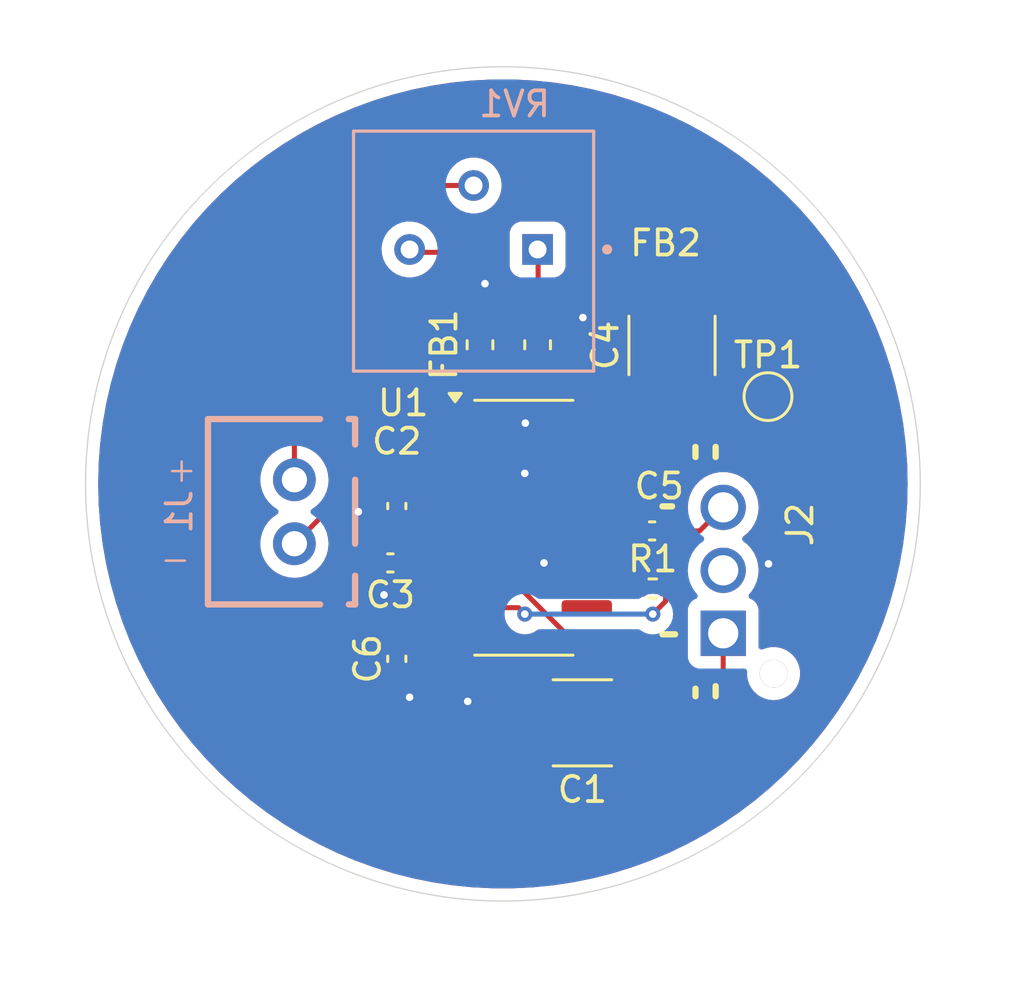
<source format=kicad_pcb>
(kicad_pcb (version 20240108) (generator "pcbnew") (generator_version "8.0")
  (layers (0 "F.Cu" signal) (31 "B.Cu" signal) (34 "B.Paste" user) (35 "F.Paste" user) (36 "B.SilkS" user "B.Silkscreen") (37 "F.SilkS" user "F.Silkscreen") (38 "B.Mask" user) (39 "F.Mask" user) (44 "Edge.Cuts" user))
  (net 0 "")
  (net 1 "GND")
  (net 2 "+5V")
  (net 3 "Net-(U1-INL)")
  (net 4 "/inR")
  (net 5 "Net-(U1-VREF)")
  (net 6 "Net-(J1-Pin_1)")
  (net 7 "Net-(FB2-Pad1)")
  (net 8 "Net-(J1-Pin_2)")
  (net 12 "Net-(U1--OUT_L)")
  (net 13 "Net-(U1-+OUT_L)")
  (footprint "Inductor_SMD:L_0603_1608Metric" (layer "F.Cu") (at 136.144 66.2685 -90)
    (property "Reference" "FB2" (at -4.0385 -5.08 180) (layer "F.SilkS"))
    (property "Value" "FerriteBead")
    (fp_line (start -0.162779 0.51) (end 0.162779 0.51) (stroke (width 0.12)) (layer "F.SilkS"))
    (fp_line (start -0.162779 -0.51) (end 0.162779 -0.51) (stroke (width 0.12)) (layer "F.SilkS"))
    (pad "1" smd roundrect (at -0.7875 0 270) (size 0.875 0.95) (layers "F.Cu" "F.Paste" "F.Mask") (net 7 "Net-(FB2-Pad1)"))
    (pad "2" smd roundrect (at 0.7875 0 270) (size 0.875 0.95) (layers "F.Cu" "F.Paste" "F.Mask") (net 13 "Net-(U1-+OUT_L)"))
  )
  (footprint "easyeda2kicad:CONN-TH_3P-P2.50_B3B-XH-AM-LF-SN" (layer "F.Cu") (at 143.51 75.224 90)
    (property "Reference" "J2" (at 1.818 3.048 90) (layer "F.SilkS"))
    (property "Value" "Conn_01x03_Socket")
    (fp_line (start 2.54 -2.03) (end 2.54 -2.41) (stroke (width 0.25)) (layer "F.SilkS"))
    (fp_line (start -2.54 -1.91) (end -2.54 -2.41) (stroke (width 0.25)) (layer "F.SilkS"))
    (fp_line (start 4.5 -1.1) (end 4.9 -1.1) (stroke (width 0.25)) (layer "F.SilkS"))
    (fp_line (start -5 -1.1) (end -4.7 -1.1) (stroke (width 0.25)) (layer "F.SilkS"))
    (fp_line (start 4.5 -0.3) (end 4.9 -0.3) (stroke (width 0.25)) (layer "F.SilkS"))
    (fp_line (start -5 -0.3) (end -4.6 -0.3) (stroke (width 0.25)) (layer "F.SilkS"))
    (pad "" thru_hole circle (at -4.1 2 90) (size 1.1 1.1) (drill 1.1) (layers "*.Cu" "*.Mask"))
    (pad "1" thru_hole rect (at -2.5 0 270) (size 1.8 1.8) (drill 1.199998) (layers "*.Cu" "*.Mask") (net 2 "+5V"))
    (pad "2" thru_hole circle (at 0 0 270) (size 1.8 1.8) (drill 1.199998) (layers "*.Cu" "*.Mask") (net 1 "GND"))
    (pad "3" thru_hole circle (at 2.5 0 270) (size 1.8 1.8) (drill 1.199998) (layers "*.Cu" "*.Mask") (net 4 "/inR"))
  )
  (footprint "Capacitor_SMD:C_1812_4532Metric" (layer "F.Cu") (at 141.478 66.294 90)
    (property "Reference" "C4" (at 0 -2.65 90) (layer "F.SilkS"))
    (property "Value" "20uF")
    (fp_line (start -1.161252 -1.71) (end 1.161252 -1.71) (stroke (width 0.12)) (layer "F.SilkS"))
    (fp_line (start -1.161252 1.71) (end 1.161252 1.71) (stroke (width 0.12)) (layer "F.SilkS"))
    (pad "1" smd roundrect (at -2.05 0 90) (size 1.4 3.4) (layers "F.Cu" "F.Paste" "F.Mask") (roundrect_rratio 0.178571) (net 2 "+5V"))
    (pad "2" smd roundrect (at 2.05 0 90) (size 1.4 3.4) (layers "F.Cu" "F.Paste" "F.Mask") (roundrect_rratio 0.178571) (net 1 "GND"))
  )
  (footprint "Capacitor_SMD:C_1812_4532Metric" (layer "F.Cu") (at 137.922 81.28 180)
    (property "Reference" "C1" (at 0 -2.65 360) (layer "F.SilkS"))
    (property "Value" "20uF")
    (fp_line (start -1.161252 1.71) (end 1.161252 1.71) (stroke (width 0.12)) (layer "F.SilkS"))
    (fp_line (start -1.161252 -1.71) (end 1.161252 -1.71) (stroke (width 0.12)) (layer "F.SilkS"))
    (pad "1" smd roundrect (at -2.05 0 180) (size 1.4 3.4) (layers "F.Cu" "F.Paste" "F.Mask") (roundrect_rratio 0.178571) (net 2 "+5V"))
    (pad "2" smd roundrect (at 2.05 0 180) (size 1.4 3.4) (layers "F.Cu" "F.Paste" "F.Mask") (roundrect_rratio 0.178571) (net 1 "GND"))
  )
  (footprint "Package_SO:SOP-16_3.9x9.9mm_P1.27mm" (layer "F.Cu") (at 135.596 73.533)
    (property "Reference" "U1" (at -4.786 -4.953 0) (layer "F.SilkS"))
    (property "Value" "PAM8406D")
    (fp_line (start 0 -5.06) (end -1.95 -5.06) (stroke (width 0.12)) (layer "F.SilkS"))
    (fp_line (start 0 -5.06) (end 1.95 -5.06) (stroke (width 0.12)) (layer "F.SilkS"))
    (fp_line (start 0 5.06) (end -1.95 5.06) (stroke (width 0.12)) (layer "F.SilkS"))
    (fp_line (start 0 5.06) (end 1.95 5.06) (stroke (width 0.12)) (layer "F.SilkS"))
    (fp_poly (pts (xy -2.725 -5.005) (xy -2.965 -5.335) (xy -2.485 -5.335) (xy -2.725 -5.005)) (stroke (width 0.12)) (fill solid) (layer "F.SilkS"))
    (pad "1" smd roundrect (at -2.5 -4.445) (size 2 0.6) (layers "F.Cu" "F.Paste" "F.Mask") (net 13 "Net-(U1-+OUT_L)"))
    (pad "2" smd roundrect (at -2.5 -3.175) (size 2 0.6) (layers "F.Cu" "F.Paste" "F.Mask") (net 1 "GND"))
    (pad "3" smd roundrect (at -2.5 -1.905) (size 2 0.6) (layers "F.Cu" "F.Paste" "F.Mask") (net 12 "Net-(U1--OUT_L)"))
    (pad "4" smd roundrect (at -2.5 -0.635) (size 2 0.6) (layers "F.Cu" "F.Paste" "F.Mask") (net 2 "+5V"))
    (pad "5" smd roundrect (at -2.5 0.635) (size 2 0.6) (layers "F.Cu" "F.Paste" "F.Mask"))
    (pad "6" smd roundrect (at -2.5 1.905) (size 2 0.6) (layers "F.Cu" "F.Paste" "F.Mask") (net 2 "+5V"))
    (pad "7" smd roundrect (at -2.5 3.175) (size 2 0.6) (layers "F.Cu" "F.Paste" "F.Mask") (net 3 "Net-(U1-INL)"))
    (pad "8" smd roundrect (at -2.5 4.445) (size 2 0.6) (layers "F.Cu" "F.Paste" "F.Mask") (net 5 "Net-(U1-VREF)"))
    (pad "9" smd roundrect (at 2.5 4.445) (size 2 0.6) (layers "F.Cu" "F.Paste" "F.Mask") (net 2 "+5V"))
    (pad "10" smd roundrect (at 2.5 3.175) (size 2 0.6) (layers "F.Cu" "F.Paste" "F.Mask"))
    (pad "11" smd roundrect (at 2.5 1.905) (size 2 0.6) (layers "F.Cu" "F.Paste" "F.Mask") (net 1 "GND"))
    (pad "12" smd roundrect (at 2.5 0.635) (size 2 0.6) (layers "F.Cu" "F.Paste" "F.Mask"))
    (pad "13" smd roundrect (at 2.5 -0.635) (size 2 0.6) (layers "F.Cu" "F.Paste" "F.Mask") (net 2 "+5V"))
    (pad "14" smd roundrect (at 2.5 -1.905) (size 2 0.6) (layers "F.Cu" "F.Paste" "F.Mask"))
    (pad "15" smd roundrect (at 2.5 -3.175) (size 2 0.6) (layers "F.Cu" "F.Paste" "F.Mask") (net 1 "GND"))
    (pad "16" smd roundrect (at 2.5 -4.445) (size 2 0.6) (layers "F.Cu" "F.Paste" "F.Mask"))
  )
  (footprint "Resistor_SMD:R_0402_1005Metric" (layer "F.Cu") (at 140.714 75.946)
    (property "Reference" "R1" (at 0 -1.17 0) (layer "F.SilkS"))
    (property "Value" "10k")
    (fp_line (start -0.153641 -0.38) (end 0.153641 -0.38) (stroke (width 0.12)) (layer "F.SilkS"))
    (fp_line (start -0.153641 0.38) (end 0.153641 0.38) (stroke (width 0.12)) (layer "F.SilkS"))
    (pad "1" smd roundrect (at -0.51 0) (size 0.54 0.64) (layers "F.Cu" "F.Paste" "F.Mask") (net 1 "GND"))
    (pad "2" smd roundrect (at 0.51 0) (size 0.54 0.64) (layers "F.Cu" "F.Paste" "F.Mask") (net 3 "Net-(U1-INL)"))
  )
  (footprint "TestPoint:TestPoint_Pad_D1.5mm" (layer "F.Cu") (at 145.288 68.326)
    (property "Reference" "TP1" (at 0 -1.648 0) (layer "F.SilkS"))
    (property "Value" "TestPoint")
    (fp_circle (center 0 0) (end 0 0.95) (stroke (width 0.12)) (fill none) (layer "F.SilkS"))
    (pad "1" smd circle (at 0 0) (size 1.5 1.5) (layers "F.Cu" "F.Mask") (net 2 "+5V"))
  )
  (footprint "Capacitor_SMD:C_0402_1005Metric" (layer "F.Cu") (at 130.302 74.93)
    (property "Reference" "C3" (at 0 1.27 180) (layer "F.SilkS"))
    (property "Value" "1uF")
    (fp_line (start -0.107836 -0.36) (end 0.107836 -0.36) (stroke (width 0.12)) (layer "F.SilkS"))
    (fp_line (start -0.107836 0.36) (end 0.107836 0.36) (stroke (width 0.12)) (layer "F.SilkS"))
    (pad "1" smd roundrect (at -0.48 0) (size 0.56 0.62) (layers "F.Cu" "F.Paste" "F.Mask") (net 1 "GND"))
    (pad "2" smd roundrect (at 0.48 0) (size 0.56 0.62) (layers "F.Cu" "F.Paste" "F.Mask") (net 2 "+5V"))
  )
  (footprint "Capacitor_SMD:C_0402_1005Metric" (layer "F.Cu") (at 140.688 73.66)
    (property "Reference" "C5" (at 0.282 -1.778 0) (layer "F.SilkS"))
    (property "Value" "0.1uF")
    (fp_line (start -0.107836 -0.36) (end 0.107836 -0.36) (stroke (width 0.12)) (layer "F.SilkS"))
    (fp_line (start -0.107836 0.36) (end 0.107836 0.36) (stroke (width 0.12)) (layer "F.SilkS"))
    (pad "1" smd roundrect (at -0.48 0) (size 0.56 0.62) (layers "F.Cu" "F.Paste" "F.Mask") (net 3 "Net-(U1-INL)"))
    (pad "2" smd roundrect (at 0.48 0) (size 0.56 0.62) (layers "F.Cu" "F.Paste" "F.Mask") (net 4 "/inR"))
  )
  (footprint "Capacitor_SMD:C_0402_1005Metric" (layer "F.Cu") (at 130.556 72.672 -90)
    (property "Reference" "C2" (at -2.568 0 180) (layer "F.SilkS"))
    (property "Value" "1uF")
    (fp_line (start -0.107836 0.36) (end 0.107836 0.36) (stroke (width 0.12)) (layer "F.SilkS"))
    (fp_line (start -0.107836 -0.36) (end 0.107836 -0.36) (stroke (width 0.12)) (layer "F.SilkS"))
    (pad "1" smd roundrect (at -0.48 0 270) (size 0.56 0.62) (layers "F.Cu" "F.Paste" "F.Mask") (net 1 "GND"))
    (pad "2" smd roundrect (at 0.48 0 270) (size 0.56 0.62) (layers "F.Cu" "F.Paste" "F.Mask") (net 2 "+5V"))
  )
  (footprint "Capacitor_SMD:C_0402_1005Metric" (layer "F.Cu") (at 130.556 78.74 90)
    (property "Reference" "C6" (at 0 -1.16 90) (layer "F.SilkS"))
    (property "Value" "1uF")
    (fp_line (start -0.107836 -0.36) (end 0.107836 -0.36) (stroke (width 0.12)) (layer "F.SilkS"))
    (fp_line (start -0.107836 0.36) (end 0.107836 0.36) (stroke (width 0.12)) (layer "F.SilkS"))
    (pad "1" smd roundrect (at -0.48 0 90) (size 0.56 0.62) (layers "F.Cu" "F.Paste" "F.Mask") (net 1 "GND"))
    (pad "2" smd roundrect (at 0.48 0 90) (size 0.56 0.62) (layers "F.Cu" "F.Paste" "F.Mask") (net 5 "Net-(U1-VREF)"))
  )
  (footprint "Inductor_SMD:L_0603_1608Metric" (layer "F.Cu") (at 133.858 66.2685 90)
    (property "Reference" "FB1" (at 0 -1.43 90) (layer "F.SilkS"))
    (property "Value" "FerriteBead")
    (fp_line (start -0.162779 -0.51) (end 0.162779 -0.51) (stroke (width 0.12)) (layer "F.SilkS"))
    (fp_line (start -0.162779 0.51) (end 0.162779 0.51) (stroke (width 0.12)) (layer "F.SilkS"))
    (pad "1" smd roundrect (at -0.7875 0 90) (size 0.875 0.95) (layers "F.Cu" "F.Paste" "F.Mask") (net 12 "Net-(U1--OUT_L)"))
    (pad "2" smd roundrect (at 0.7875 0 90) (size 0.875 0.95) (layers "F.Cu" "F.Paste" "F.Mask") (net 6 "Net-(J1-Pin_1)"))
  )
  (footprint "3310P_025_103L:POT_3310P-025-103L" (layer "B.Cu") (at 133.604 62.484 180)
    (property "Reference" "RV1" (at -1.625 5.775 0) (layer "B.SilkS") (effects (justify mirror)))
    (property "Value" "10k")
    (fp_line (start 4.765 4.7) (end -4.765 4.7) (stroke (width 0.127)) (layer "B.SilkS"))
    (fp_line (start 4.765 -4.83) (end 4.765 4.7) (stroke (width 0.127)) (layer "B.SilkS"))
    (fp_line (start -4.765 4.7) (end -4.765 -4.83) (stroke (width 0.127)) (layer "B.SilkS"))
    (fp_line (start -4.765 -4.83) (end 4.765 -4.83) (stroke (width 0.127)) (layer "B.SilkS"))
    (fp_circle (center -5.3 0) (end -5.2 0) (stroke (width 0.2)) (fill none) (layer "B.SilkS"))
    (pad "1" thru_hole rect (at -2.54 0 180) (size 1.218 1.218) (drill 0.71) (layers "*.Cu" "*.Mask") (net 7 "Net-(FB2-Pad1)"))
    (pad "2" thru_hole circle (at 0 2.54 180) (size 1.218 1.218) (drill 0.71) (layers "*.Cu" "*.Mask") (net 8 "Net-(J1-Pin_2)"))
    (pad "3" thru_hole circle (at 2.54 0 180) (size 1.218 1.218) (drill 0.71) (layers "*.Cu" "*.Mask") (net 1 "GND"))
  )
  (footprint "easyeda2kicad:CONN-TH_B2B-XH-A-LF-SN" (layer "B.Cu") (at 126.492 72.898 -90)
    (property "Reference" "J1" (at 0 4.572 90) (layer "B.SilkS") (effects (justify mirror)))
    (property "Value" "Conn_01x02_Socket")
    (fp_line (start -3.68 3.43) (end -3.68 -1.02) (stroke (width 0.25)) (layer "B.SilkS"))
    (fp_line (start 3.68 3.43) (end -3.68 3.43) (stroke (width 0.25)) (layer "B.SilkS"))
    (fp_line (start 3.68 -1.02) (end 3.68 3.43) (stroke (width 0.25)) (layer "B.SilkS"))
    (fp_line (start -3.68 -2.16) (end -3.68 -2.41) (stroke (width 0.25)) (layer "B.SilkS"))
    (fp_line (start 3.68 -2.16) (end 3.68 -2.41) (stroke (width 0.25)) (layer "B.SilkS"))
    (fp_line (start -2.67 -2.41) (end -3.68 -2.41) (stroke (width 0.25)) (layer "B.SilkS"))
    (fp_line (start 1.27 -2.41) (end -1.27 -2.41) (stroke (width 0.25)) (layer "B.SilkS"))
    (fp_line (start 2.54 -2.41) (end 3.68 -2.41) (stroke (width 0.25)) (layer "B.SilkS"))
    (pad "1" thru_hole circle (at 1.27 0 90) (size 1.7 1.7) (drill 0.999998) (layers "*.Cu" "*.Mask") (net 6 "Net-(J1-Pin_1)"))
    (pad "2" thru_hole circle (at -1.27 0 90) (size 1.7 1.7) (drill 0.999998) (layers "*.Cu" "*.Mask") (net 8 "Net-(J1-Pin_2)"))
  )
  (gr_circle (center 134.7675 71.792) (end 134.4373 55.2312) (stroke (width 0.05)) (fill none) (layer "Edge.Cuts"))
  (gr_text "-" (at 122.4485 75.348 0) (layer "B.SilkS") (effects (font (size 1 1) (thickness 0.1)) (justify left bottom mirror)))
  (gr_text "+\n" (at 122.7025 71.792 0) (layer "B.SilkS") (effects (font (size 1 1) (thickness 0.1)) (justify left bottom mirror)))
  (segment (start 136.906 75.438) (end 136.398 74.93) (width 0.2) (layer "F.Cu") (net 1))
  (segment (start 130.556 79.756) (end 131.064 80.264) (width 0.2) (layer "F.Cu") (net 1))
  (segment (start 138.096 75.438) (end 139.696 75.438) (width 0.2) (layer "F.Cu") (net 1))
  (segment (start 130.556 72.192) (end 129.738 72.192) (width 0.2) (layer "F.Cu") (net 1))
  (segment (start 130.556 79.22) (end 130.556 79.756) (width 0.2) (layer "F.Cu") (net 1))
  (segment (start 137.668 70.358) (end 136.6355 70.358) (width 0.2) (layer "F.Cu") (net 1))
  (segment (start 136.6355 70.358) (end 135.6565 69.379) (width 0.2) (layer "F.Cu") (net 1))
  (segment (start 131.0591 62.5972) (end 132.8117 62.5972) (width 0.2) (layer "F.Cu") (net 1))
  (segment (start 137.9425 65.188) (end 138.8865 64.244) (width 0.2) (layer "F.Cu") (net 1))
  (segment (start 129.822 74.93) (end 129.822 75.974) (width 0.2) (layer "F.Cu") (net 1))
  (segment (start 129.738 72.192) (end 129.032 72.898) (width 0.2) (layer "F.Cu") (net 1))
  (segment (start 129.822 75.974) (end 130.048 76.2) (width 0.2) (layer "F.Cu") (net 1))
  (segment (start 133.096 70.358) (end 134.62 70.358) (width 0.2) (layer "F.Cu") (net 1))
  (segment (start 134.0055 81.063) (end 133.3705 80.428) (width 0.2) (layer "F.Cu") (net 1))
  (segment (start 138.096 75.438) (end 136.906 75.438) (width 0.2) (layer "F.Cu") (net 1))
  (segment (start 135.8925 81.063) (end 134.0055 81.063) (width 0.2) (layer "F.Cu") (net 1))
  (segment (start 132.8117 62.5972) (end 134.0563 63.8418) (width 0.2) (layer "F.Cu") (net 1))
  (segment (start 134.62 70.358) (end 135.636 71.374) (width 0.2) (layer "F.Cu") (net 1))
  (segment (start 138.8865 64.244) (end 141.478 64.244) (width 0.2) (layer "F.Cu") (net 1))
  (segment (start 139.696 75.438) (end 140.204 75.946) (width 0.2) (layer "F.Cu") (net 1))
  (via (at 134.0563 63.8418) (size 0.6) (drill 0.3) (layers "F.Cu" "B.Cu") (net 1))
  (via (at 145.3085 74.967) (size 0.6) (drill 0.3) (layers "F.Cu" "B.Cu") (net 1))
  (via (at 135.6565 69.379) (size 0.6) (drill 0.3) (layers "F.Cu" "B.Cu") (net 1))
  (via (at 131.064 80.264) (size 0.6) (drill 0.3) (layers "F.Cu" "B.Cu") (net 1))
  (via (at 135.636 71.374) (size 0.6) (drill 0.3) (layers "F.Cu" "B.Cu") (net 1))
  (via (at 133.3705 80.428) (size 0.6) (drill 0.3) (layers "F.Cu" "B.Cu") (net 1))
  (via (at 130.048 76.2) (size 0.6) (drill 0.3) (layers "F.Cu" "B.Cu") (net 1))
  (via (at 129.032 72.898) (size 0.6) (drill 0.3) (layers "F.Cu" "B.Cu") (net 1))
  (via (at 137.9425 65.188) (size 0.6) (drill 0.3) (layers "F.Cu" "B.Cu") (net 1))
  (via (at 136.398 74.93) (size 0.6) (drill 0.3) (layers "F.Cu" "B.Cu") (net 1))
  (segment (start 130.556 73.152) (end 130.556 74.704) (width 0.2) (layer "F.Cu") (net 2))
  (segment (start 133.096 75.438) (end 131.29 75.438) (width 0.2) (layer "F.Cu") (net 2))
  (segment (start 139.972 81.28) (end 142.24 81.28) (width 0.2) (layer "F.Cu") (net 2))
  (segment (start 134.960529 75.438) (end 133.096 75.438) (width 0.2) (layer "F.Cu") (net 2))
  (segment (start 138.43 78.312) (end 138.43 81.026) (width 0.2) (layer "F.Cu") (net 2))
  (segment (start 138.096 72.898) (end 133.096 72.898) (width 0.2) (layer "F.Cu") (net 2))
  (segment (start 138.684 81.28) (end 139.972 81.28) (width 0.2) (layer "F.Cu") (net 2))
  (segment (start 141.478 70.515999) (end 141.478 68.344) (width 0.2) (layer "F.Cu") (net 2))
  (segment (start 130.81 72.898) (end 130.556 73.152) (width 0.2) (layer "F.Cu") (net 2))
  (segment (start 131.29 75.438) (end 130.782 74.93) (width 0.2) (layer "F.Cu") (net 2))
  (segment (start 137.500529 77.978) (end 134.960529 75.438) (width 0.2) (layer "F.Cu") (net 2))
  (segment (start 145.27 68.344) (end 145.288 68.326) (width 0.2) (layer "F.Cu") (net 2))
  (segment (start 138.43 81.026) (end 138.684 81.28) (width 0.2) (layer "F.Cu") (net 2))
  (segment (start 133.096 72.898) (end 130.81 72.898) (width 0.2) (layer "F.Cu") (net 2))
  (segment (start 130.556 74.704) (end 130.782 74.93) (width 0.2) (layer "F.Cu") (net 2))
  (segment (start 142.24 81.28) (end 143.51 80.01) (width 0.2) (layer "F.Cu") (net 2))
  (segment (start 138.096 72.898) (end 139.095999 72.898) (width 0.2) (layer "F.Cu") (net 2))
  (segment (start 139.095999 72.898) (end 141.478 70.515999) (width 0.2) (layer "F.Cu") (net 2))
  (segment (start 138.096 77.978) (end 137.500529 77.978) (width 0.2) (layer "F.Cu") (net 2))
  (segment (start 143.51 80.01) (end 143.51 77.724) (width 0.2) (layer "F.Cu") (net 2))
  (segment (start 141.478 68.344) (end 145.27 68.344) (width 0.2) (layer "F.Cu") (net 2))
  (segment (start 138.096 77.978) (end 138.43 78.312) (width 0.2) (layer "F.Cu") (net 2))
  (segment (start 140.208 73.66) (end 140.208 73.914) (width 0.2) (layer "F.Cu") (net 3))
  (segment (start 135.382 76.708) (end 135.636 76.962) (width 0.2) (layer "F.Cu") (net 3))
  (segment (start 141.224 76.454) (end 140.716 76.962) (width 0.2) (layer "F.Cu") (net 3))
  (segment (start 141.224 74.93) (end 141.224 75.946) (width 0.2) (layer "F.Cu") (net 3))
  (segment (start 133.096 76.708) (end 135.382 76.708) (width 0.2) (layer "F.Cu") (net 3))
  (segment (start 141.224 75.946) (end 141.224 76.454) (width 0.2) (layer "F.Cu") (net 3))
  (segment (start 140.208 73.914) (end 141.224 74.93) (width 0.2) (layer "F.Cu") (net 3))
  (via (at 135.636 76.962) (size 0.6) (drill 0.3) (layers "F.Cu" "B.Cu") (net 3))
  (via (at 140.716 76.962) (size 0.6) (drill 0.3) (layers "F.Cu" "B.Cu") (net 3))
  (segment (start 140.716 76.962) (end 135.636 76.962) (width 0.2) (layer "B.Cu") (net 3))
  (segment (start 143.51 72.724) (end 142.574 73.66) (width 0.2) (layer "F.Cu") (net 4))
  (segment (start 142.574 73.66) (end 141.168 73.66) (width 0.2) (layer "F.Cu") (net 4))
  (segment (start 130.838 77.978) (end 130.556 78.26) (width 0.2) (layer "F.Cu") (net 5))
  (segment (start 133.096 77.978) (end 130.838 77.978) (width 0.2) (layer "F.Cu") (net 5))
  (segment (start 130.918 68.421) (end 130.918 69.742) (width 0.2) (layer "F.Cu") (net 6))
  (segment (start 130.918 69.742) (end 126.492 74.168) (width 0.2) (layer "F.Cu") (net 6))
  (segment (start 133.858 65.481) (end 130.918 68.421) (width 0.2) (layer "F.Cu") (net 6))
  (segment (start 136.1645 62.6226) (end 136.1391 62.5972) (width 0.2) (layer "F.Cu") (net 7))
  (segment (start 136.1645 65.7975) (end 136.1645 62.6226) (width 0.2) (layer "F.Cu") (net 7))
  (segment (start 126.492 64.77) (end 126.492 71.628) (width 0.2) (layer "F.Cu") (net 8))
  (segment (start 133.604 59.944) (end 131.318 59.944) (width 0.2) (layer "F.Cu") (net 8))
  (segment (start 131.318 59.944) (end 126.492 64.77) (width 0.2) (layer "F.Cu") (net 8))
  (segment (start 132.096001 71.628) (end 131.318 70.849999) (width 0.2) (layer "F.Cu") (net 12))
  (segment (start 133.096 67.056) (end 133.858 67.056) (width 0.2) (layer "F.Cu") (net 12))
  (segment (start 133.096 71.628) (end 132.096001 71.628) (width 0.2) (layer "F.Cu") (net 12))
  (segment (start 131.318 68.834) (end 133.096 67.056) (width 0.2) (layer "F.Cu") (net 12))
  (segment (start 131.318 70.849999) (end 131.318 68.834) (width 0.2) (layer "F.Cu") (net 12))
  (segment (start 134.112 69.088) (end 136.144 67.056) (width 0.2) (layer "F.Cu") (net 13))
  (segment (start 133.096 69.088) (end 134.112 69.088) (width 0.2) (layer "F.Cu") (net 13))
  (zone (net 1) (net_name "GND") (layers "F&B.Cu") (connect_pads no (clearance 0.5)) (min_thickness 0.25) (fill yes (thermal_gap 0.5) (thermal_bridge_width 0.5))
    (polygon (pts (xy 153.416 90.678) (xy 114.808 91.694) (xy 115.062 53.594) (xy 155.448 52.578) (xy 153.162 91.186)))
  )
)
</source>
